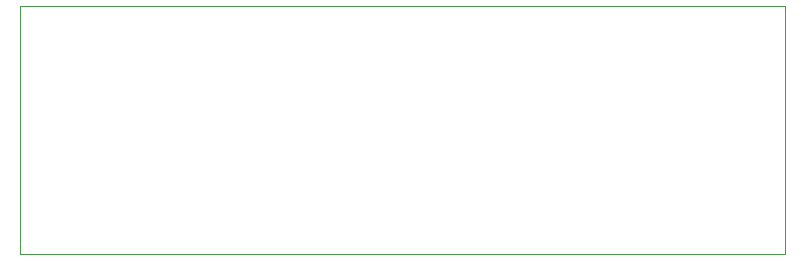
<source format=gbr>
%TF.GenerationSoftware,KiCad,Pcbnew,7.0.9*%
%TF.CreationDate,2023-12-13T20:57:07-06:00*%
%TF.ProjectId,12V to 5V converter,31325620-746f-4203-9556-20636f6e7665,1.0*%
%TF.SameCoordinates,Original*%
%TF.FileFunction,Profile,NP*%
%FSLAX46Y46*%
G04 Gerber Fmt 4.6, Leading zero omitted, Abs format (unit mm)*
G04 Created by KiCad (PCBNEW 7.0.9) date 2023-12-13 20:57:07*
%MOMM*%
%LPD*%
G01*
G04 APERTURE LIST*
%TA.AperFunction,Profile*%
%ADD10C,0.100000*%
%TD*%
G04 APERTURE END LIST*
D10*
X100250000Y-103500000D02*
X100250000Y-82500000D01*
X100250000Y-82500000D02*
X165000000Y-82500000D01*
X165000000Y-82500000D02*
X165000000Y-103500000D01*
X165000000Y-103500000D02*
X100250000Y-103500000D01*
M02*

</source>
